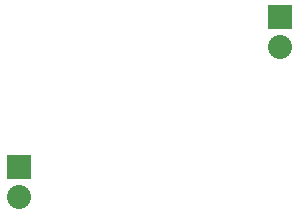
<source format=gbs>
G04 #@! TF.FileFunction,Soldermask,Bot*
%FSLAX46Y46*%
G04 Gerber Fmt 4.6, Leading zero omitted, Abs format (unit mm)*
G04 Created by KiCad (PCBNEW (2015-07-20 BZR 5967)-product) date Monday, September 28, 2015 'PMt' 07:14:34 PM*
%MOMM*%
G01*
G04 APERTURE LIST*
%ADD10C,0.100000*%
%ADD11R,2.032000X2.032000*%
%ADD12O,2.032000X2.032000*%
G04 APERTURE END LIST*
D10*
D11*
X173800000Y-96500000D03*
D12*
X173800000Y-99040000D03*
D11*
X151700000Y-109200000D03*
D12*
X151700000Y-111740000D03*
M02*

</source>
